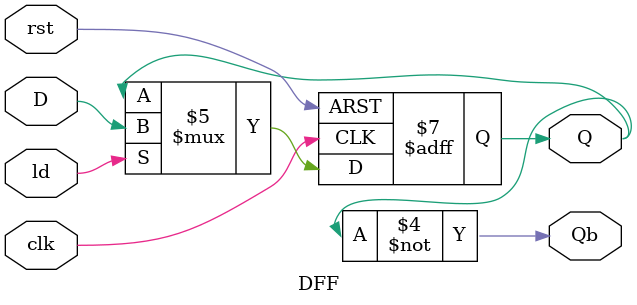
<source format=v>
`timescale 1ns / 1ps

module DFF(
input clk,
input rst,
input ld,
input D,
output reg Q,
output Qb
    );
    
    always @(posedge clk, posedge rst)begin
    if(rst == 1'b0)begin
        if(ld == 1'b1)
            Q <= D;
    end
    else
        Q <= 1'b0;
    end

assign Qb = ~Q;

endmodule

</source>
